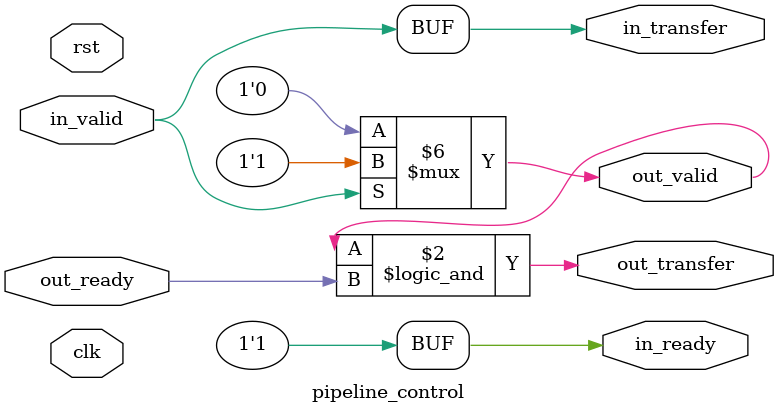
<source format=v>
`timescale 1ns/1ps

module pipeline_control(
    input in_valid,
    output reg in_ready,
    output in_transfer,

    output reg out_valid,
    input out_ready,
    output out_transfer,

    input clk,
    input rst  
  );

assign in_transfer = (in_valid && in_ready);
assign out_transfer = (out_valid && out_ready);

always @*
begin
  in_ready = 1'b1; // Always ready
  out_valid = 1'b0;

  if(in_ready && in_valid)
    out_valid = 1'b1;
end

endmodule

</source>
